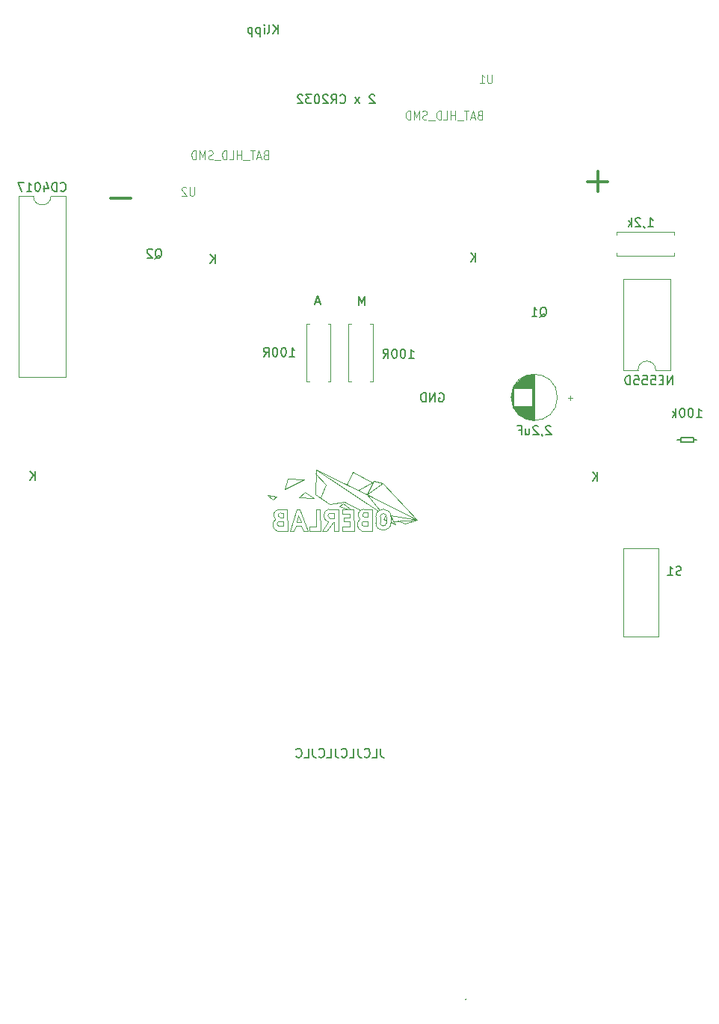
<source format=gbr>
%TF.GenerationSoftware,KiCad,Pcbnew,7.0.8*%
%TF.CreationDate,2024-08-08T21:43:19+02:00*%
%TF.ProjectId,Smiley V8,536d696c-6579-4205-9638-2e6b69636164,rev?*%
%TF.SameCoordinates,Original*%
%TF.FileFunction,Legend,Bot*%
%TF.FilePolarity,Positive*%
%FSLAX46Y46*%
G04 Gerber Fmt 4.6, Leading zero omitted, Abs format (unit mm)*
G04 Created by KiCad (PCBNEW 7.0.8) date 2024-08-08 21:43:19*
%MOMM*%
%LPD*%
G01*
G04 APERTURE LIST*
%ADD10C,0.150000*%
%ADD11C,0.300000*%
%ADD12C,0.050000*%
%ADD13C,0.120000*%
%ADD14C,0.010000*%
G04 APERTURE END LIST*
D10*
X117290000Y-98740000D02*
X117290000Y-99280000D01*
X117290000Y-99280000D02*
X118760000Y-99270000D01*
X118750000Y-99005000D02*
X119100000Y-99000000D01*
X117290000Y-98740000D02*
X118740000Y-98740000D01*
X117290000Y-99010000D02*
X116930000Y-99000000D01*
X118740000Y-98740000D02*
X118760000Y-99270000D01*
X82607142Y-60025057D02*
X82559523Y-59977438D01*
X82559523Y-59977438D02*
X82464285Y-59929819D01*
X82464285Y-59929819D02*
X82226190Y-59929819D01*
X82226190Y-59929819D02*
X82130952Y-59977438D01*
X82130952Y-59977438D02*
X82083333Y-60025057D01*
X82083333Y-60025057D02*
X82035714Y-60120295D01*
X82035714Y-60120295D02*
X82035714Y-60215533D01*
X82035714Y-60215533D02*
X82083333Y-60358390D01*
X82083333Y-60358390D02*
X82654761Y-60929819D01*
X82654761Y-60929819D02*
X82035714Y-60929819D01*
X80940475Y-60929819D02*
X80416666Y-60263152D01*
X80940475Y-60263152D02*
X80416666Y-60929819D01*
X78702380Y-60834580D02*
X78749999Y-60882200D01*
X78749999Y-60882200D02*
X78892856Y-60929819D01*
X78892856Y-60929819D02*
X78988094Y-60929819D01*
X78988094Y-60929819D02*
X79130951Y-60882200D01*
X79130951Y-60882200D02*
X79226189Y-60786961D01*
X79226189Y-60786961D02*
X79273808Y-60691723D01*
X79273808Y-60691723D02*
X79321427Y-60501247D01*
X79321427Y-60501247D02*
X79321427Y-60358390D01*
X79321427Y-60358390D02*
X79273808Y-60167914D01*
X79273808Y-60167914D02*
X79226189Y-60072676D01*
X79226189Y-60072676D02*
X79130951Y-59977438D01*
X79130951Y-59977438D02*
X78988094Y-59929819D01*
X78988094Y-59929819D02*
X78892856Y-59929819D01*
X78892856Y-59929819D02*
X78749999Y-59977438D01*
X78749999Y-59977438D02*
X78702380Y-60025057D01*
X77702380Y-60929819D02*
X78035713Y-60453628D01*
X78273808Y-60929819D02*
X78273808Y-59929819D01*
X78273808Y-59929819D02*
X77892856Y-59929819D01*
X77892856Y-59929819D02*
X77797618Y-59977438D01*
X77797618Y-59977438D02*
X77749999Y-60025057D01*
X77749999Y-60025057D02*
X77702380Y-60120295D01*
X77702380Y-60120295D02*
X77702380Y-60263152D01*
X77702380Y-60263152D02*
X77749999Y-60358390D01*
X77749999Y-60358390D02*
X77797618Y-60406009D01*
X77797618Y-60406009D02*
X77892856Y-60453628D01*
X77892856Y-60453628D02*
X78273808Y-60453628D01*
X77321427Y-60025057D02*
X77273808Y-59977438D01*
X77273808Y-59977438D02*
X77178570Y-59929819D01*
X77178570Y-59929819D02*
X76940475Y-59929819D01*
X76940475Y-59929819D02*
X76845237Y-59977438D01*
X76845237Y-59977438D02*
X76797618Y-60025057D01*
X76797618Y-60025057D02*
X76749999Y-60120295D01*
X76749999Y-60120295D02*
X76749999Y-60215533D01*
X76749999Y-60215533D02*
X76797618Y-60358390D01*
X76797618Y-60358390D02*
X77369046Y-60929819D01*
X77369046Y-60929819D02*
X76749999Y-60929819D01*
X76130951Y-59929819D02*
X76035713Y-59929819D01*
X76035713Y-59929819D02*
X75940475Y-59977438D01*
X75940475Y-59977438D02*
X75892856Y-60025057D01*
X75892856Y-60025057D02*
X75845237Y-60120295D01*
X75845237Y-60120295D02*
X75797618Y-60310771D01*
X75797618Y-60310771D02*
X75797618Y-60548866D01*
X75797618Y-60548866D02*
X75845237Y-60739342D01*
X75845237Y-60739342D02*
X75892856Y-60834580D01*
X75892856Y-60834580D02*
X75940475Y-60882200D01*
X75940475Y-60882200D02*
X76035713Y-60929819D01*
X76035713Y-60929819D02*
X76130951Y-60929819D01*
X76130951Y-60929819D02*
X76226189Y-60882200D01*
X76226189Y-60882200D02*
X76273808Y-60834580D01*
X76273808Y-60834580D02*
X76321427Y-60739342D01*
X76321427Y-60739342D02*
X76369046Y-60548866D01*
X76369046Y-60548866D02*
X76369046Y-60310771D01*
X76369046Y-60310771D02*
X76321427Y-60120295D01*
X76321427Y-60120295D02*
X76273808Y-60025057D01*
X76273808Y-60025057D02*
X76226189Y-59977438D01*
X76226189Y-59977438D02*
X76130951Y-59929819D01*
X75464284Y-59929819D02*
X74845237Y-59929819D01*
X74845237Y-59929819D02*
X75178570Y-60310771D01*
X75178570Y-60310771D02*
X75035713Y-60310771D01*
X75035713Y-60310771D02*
X74940475Y-60358390D01*
X74940475Y-60358390D02*
X74892856Y-60406009D01*
X74892856Y-60406009D02*
X74845237Y-60501247D01*
X74845237Y-60501247D02*
X74845237Y-60739342D01*
X74845237Y-60739342D02*
X74892856Y-60834580D01*
X74892856Y-60834580D02*
X74940475Y-60882200D01*
X74940475Y-60882200D02*
X75035713Y-60929819D01*
X75035713Y-60929819D02*
X75321427Y-60929819D01*
X75321427Y-60929819D02*
X75416665Y-60882200D01*
X75416665Y-60882200D02*
X75464284Y-60834580D01*
X74464284Y-60025057D02*
X74416665Y-59977438D01*
X74416665Y-59977438D02*
X74321427Y-59929819D01*
X74321427Y-59929819D02*
X74083332Y-59929819D01*
X74083332Y-59929819D02*
X73988094Y-59977438D01*
X73988094Y-59977438D02*
X73940475Y-60025057D01*
X73940475Y-60025057D02*
X73892856Y-60120295D01*
X73892856Y-60120295D02*
X73892856Y-60215533D01*
X73892856Y-60215533D02*
X73940475Y-60358390D01*
X73940475Y-60358390D02*
X74511903Y-60929819D01*
X74511903Y-60929819D02*
X73892856Y-60929819D01*
X44161904Y-103554819D02*
X44161904Y-102554819D01*
X43590476Y-103554819D02*
X44019047Y-102983390D01*
X43590476Y-102554819D02*
X44161904Y-103126247D01*
X64561904Y-79054819D02*
X64561904Y-78054819D01*
X63990476Y-79054819D02*
X64419047Y-78483390D01*
X63990476Y-78054819D02*
X64561904Y-78626247D01*
X107861904Y-103654819D02*
X107861904Y-102654819D01*
X107290476Y-103654819D02*
X107719047Y-103083390D01*
X107290476Y-102654819D02*
X107861904Y-103226247D01*
X81508332Y-83779819D02*
X81508332Y-82779819D01*
X81508332Y-82779819D02*
X81174999Y-83494104D01*
X81174999Y-83494104D02*
X80841666Y-82779819D01*
X80841666Y-82779819D02*
X80841666Y-83779819D01*
X89936904Y-93752438D02*
X90032142Y-93704819D01*
X90032142Y-93704819D02*
X90174999Y-93704819D01*
X90174999Y-93704819D02*
X90317856Y-93752438D01*
X90317856Y-93752438D02*
X90413094Y-93847676D01*
X90413094Y-93847676D02*
X90460713Y-93942914D01*
X90460713Y-93942914D02*
X90508332Y-94133390D01*
X90508332Y-94133390D02*
X90508332Y-94276247D01*
X90508332Y-94276247D02*
X90460713Y-94466723D01*
X90460713Y-94466723D02*
X90413094Y-94561961D01*
X90413094Y-94561961D02*
X90317856Y-94657200D01*
X90317856Y-94657200D02*
X90174999Y-94704819D01*
X90174999Y-94704819D02*
X90079761Y-94704819D01*
X90079761Y-94704819D02*
X89936904Y-94657200D01*
X89936904Y-94657200D02*
X89889285Y-94609580D01*
X89889285Y-94609580D02*
X89889285Y-94276247D01*
X89889285Y-94276247D02*
X90079761Y-94276247D01*
X89460713Y-94704819D02*
X89460713Y-93704819D01*
X89460713Y-93704819D02*
X88889285Y-94704819D01*
X88889285Y-94704819D02*
X88889285Y-93704819D01*
X88413094Y-94704819D02*
X88413094Y-93704819D01*
X88413094Y-93704819D02*
X88174999Y-93704819D01*
X88174999Y-93704819D02*
X88032142Y-93752438D01*
X88032142Y-93752438D02*
X87936904Y-93847676D01*
X87936904Y-93847676D02*
X87889285Y-93942914D01*
X87889285Y-93942914D02*
X87841666Y-94133390D01*
X87841666Y-94133390D02*
X87841666Y-94276247D01*
X87841666Y-94276247D02*
X87889285Y-94466723D01*
X87889285Y-94466723D02*
X87936904Y-94561961D01*
X87936904Y-94561961D02*
X88032142Y-94657200D01*
X88032142Y-94657200D02*
X88174999Y-94704819D01*
X88174999Y-94704819D02*
X88413094Y-94704819D01*
X76413094Y-83419104D02*
X75936904Y-83419104D01*
X76508332Y-83704819D02*
X76174999Y-82704819D01*
X76174999Y-82704819D02*
X75841666Y-83704819D01*
X57745238Y-78500057D02*
X57840476Y-78452438D01*
X57840476Y-78452438D02*
X57935714Y-78357200D01*
X57935714Y-78357200D02*
X58078571Y-78214342D01*
X58078571Y-78214342D02*
X58173809Y-78166723D01*
X58173809Y-78166723D02*
X58269047Y-78166723D01*
X58221428Y-78404819D02*
X58316666Y-78357200D01*
X58316666Y-78357200D02*
X58411904Y-78261961D01*
X58411904Y-78261961D02*
X58459523Y-78071485D01*
X58459523Y-78071485D02*
X58459523Y-77738152D01*
X58459523Y-77738152D02*
X58411904Y-77547676D01*
X58411904Y-77547676D02*
X58316666Y-77452438D01*
X58316666Y-77452438D02*
X58221428Y-77404819D01*
X58221428Y-77404819D02*
X58030952Y-77404819D01*
X58030952Y-77404819D02*
X57935714Y-77452438D01*
X57935714Y-77452438D02*
X57840476Y-77547676D01*
X57840476Y-77547676D02*
X57792857Y-77738152D01*
X57792857Y-77738152D02*
X57792857Y-78071485D01*
X57792857Y-78071485D02*
X57840476Y-78261961D01*
X57840476Y-78261961D02*
X57935714Y-78357200D01*
X57935714Y-78357200D02*
X58030952Y-78404819D01*
X58030952Y-78404819D02*
X58221428Y-78404819D01*
X57411904Y-77500057D02*
X57364285Y-77452438D01*
X57364285Y-77452438D02*
X57269047Y-77404819D01*
X57269047Y-77404819D02*
X57030952Y-77404819D01*
X57030952Y-77404819D02*
X56935714Y-77452438D01*
X56935714Y-77452438D02*
X56888095Y-77500057D01*
X56888095Y-77500057D02*
X56840476Y-77595295D01*
X56840476Y-77595295D02*
X56840476Y-77690533D01*
X56840476Y-77690533D02*
X56888095Y-77833390D01*
X56888095Y-77833390D02*
X57459523Y-78404819D01*
X57459523Y-78404819D02*
X56840476Y-78404819D01*
D11*
X109038346Y-69774400D02*
X106752632Y-69774400D01*
X107895489Y-70917257D02*
X107895489Y-68631542D01*
D10*
X94061904Y-78854819D02*
X94061904Y-77854819D01*
X93490476Y-78854819D02*
X93919047Y-78283390D01*
X93490476Y-77854819D02*
X94061904Y-78426247D01*
D11*
X54978346Y-71654400D02*
X52692632Y-71654400D01*
D10*
X83317506Y-133959819D02*
X83317506Y-134674104D01*
X83317506Y-134674104D02*
X83365125Y-134816961D01*
X83365125Y-134816961D02*
X83460363Y-134912200D01*
X83460363Y-134912200D02*
X83603220Y-134959819D01*
X83603220Y-134959819D02*
X83698458Y-134959819D01*
X82365125Y-134959819D02*
X82841315Y-134959819D01*
X82841315Y-134959819D02*
X82841315Y-133959819D01*
X81460363Y-134864580D02*
X81507982Y-134912200D01*
X81507982Y-134912200D02*
X81650839Y-134959819D01*
X81650839Y-134959819D02*
X81746077Y-134959819D01*
X81746077Y-134959819D02*
X81888934Y-134912200D01*
X81888934Y-134912200D02*
X81984172Y-134816961D01*
X81984172Y-134816961D02*
X82031791Y-134721723D01*
X82031791Y-134721723D02*
X82079410Y-134531247D01*
X82079410Y-134531247D02*
X82079410Y-134388390D01*
X82079410Y-134388390D02*
X82031791Y-134197914D01*
X82031791Y-134197914D02*
X81984172Y-134102676D01*
X81984172Y-134102676D02*
X81888934Y-134007438D01*
X81888934Y-134007438D02*
X81746077Y-133959819D01*
X81746077Y-133959819D02*
X81650839Y-133959819D01*
X81650839Y-133959819D02*
X81507982Y-134007438D01*
X81507982Y-134007438D02*
X81460363Y-134055057D01*
X80746077Y-133959819D02*
X80746077Y-134674104D01*
X80746077Y-134674104D02*
X80793696Y-134816961D01*
X80793696Y-134816961D02*
X80888934Y-134912200D01*
X80888934Y-134912200D02*
X81031791Y-134959819D01*
X81031791Y-134959819D02*
X81127029Y-134959819D01*
X79793696Y-134959819D02*
X80269886Y-134959819D01*
X80269886Y-134959819D02*
X80269886Y-133959819D01*
X78888934Y-134864580D02*
X78936553Y-134912200D01*
X78936553Y-134912200D02*
X79079410Y-134959819D01*
X79079410Y-134959819D02*
X79174648Y-134959819D01*
X79174648Y-134959819D02*
X79317505Y-134912200D01*
X79317505Y-134912200D02*
X79412743Y-134816961D01*
X79412743Y-134816961D02*
X79460362Y-134721723D01*
X79460362Y-134721723D02*
X79507981Y-134531247D01*
X79507981Y-134531247D02*
X79507981Y-134388390D01*
X79507981Y-134388390D02*
X79460362Y-134197914D01*
X79460362Y-134197914D02*
X79412743Y-134102676D01*
X79412743Y-134102676D02*
X79317505Y-134007438D01*
X79317505Y-134007438D02*
X79174648Y-133959819D01*
X79174648Y-133959819D02*
X79079410Y-133959819D01*
X79079410Y-133959819D02*
X78936553Y-134007438D01*
X78936553Y-134007438D02*
X78888934Y-134055057D01*
X78174648Y-133959819D02*
X78174648Y-134674104D01*
X78174648Y-134674104D02*
X78222267Y-134816961D01*
X78222267Y-134816961D02*
X78317505Y-134912200D01*
X78317505Y-134912200D02*
X78460362Y-134959819D01*
X78460362Y-134959819D02*
X78555600Y-134959819D01*
X77222267Y-134959819D02*
X77698457Y-134959819D01*
X77698457Y-134959819D02*
X77698457Y-133959819D01*
X76317505Y-134864580D02*
X76365124Y-134912200D01*
X76365124Y-134912200D02*
X76507981Y-134959819D01*
X76507981Y-134959819D02*
X76603219Y-134959819D01*
X76603219Y-134959819D02*
X76746076Y-134912200D01*
X76746076Y-134912200D02*
X76841314Y-134816961D01*
X76841314Y-134816961D02*
X76888933Y-134721723D01*
X76888933Y-134721723D02*
X76936552Y-134531247D01*
X76936552Y-134531247D02*
X76936552Y-134388390D01*
X76936552Y-134388390D02*
X76888933Y-134197914D01*
X76888933Y-134197914D02*
X76841314Y-134102676D01*
X76841314Y-134102676D02*
X76746076Y-134007438D01*
X76746076Y-134007438D02*
X76603219Y-133959819D01*
X76603219Y-133959819D02*
X76507981Y-133959819D01*
X76507981Y-133959819D02*
X76365124Y-134007438D01*
X76365124Y-134007438D02*
X76317505Y-134055057D01*
X75603219Y-133959819D02*
X75603219Y-134674104D01*
X75603219Y-134674104D02*
X75650838Y-134816961D01*
X75650838Y-134816961D02*
X75746076Y-134912200D01*
X75746076Y-134912200D02*
X75888933Y-134959819D01*
X75888933Y-134959819D02*
X75984171Y-134959819D01*
X74650838Y-134959819D02*
X75127028Y-134959819D01*
X75127028Y-134959819D02*
X75127028Y-133959819D01*
X73746076Y-134864580D02*
X73793695Y-134912200D01*
X73793695Y-134912200D02*
X73936552Y-134959819D01*
X73936552Y-134959819D02*
X74031790Y-134959819D01*
X74031790Y-134959819D02*
X74174647Y-134912200D01*
X74174647Y-134912200D02*
X74269885Y-134816961D01*
X74269885Y-134816961D02*
X74317504Y-134721723D01*
X74317504Y-134721723D02*
X74365123Y-134531247D01*
X74365123Y-134531247D02*
X74365123Y-134388390D01*
X74365123Y-134388390D02*
X74317504Y-134197914D01*
X74317504Y-134197914D02*
X74269885Y-134102676D01*
X74269885Y-134102676D02*
X74174647Y-134007438D01*
X74174647Y-134007438D02*
X74031790Y-133959819D01*
X74031790Y-133959819D02*
X73936552Y-133959819D01*
X73936552Y-133959819D02*
X73793695Y-134007438D01*
X73793695Y-134007438D02*
X73746076Y-134055057D01*
X102580951Y-97500057D02*
X102533332Y-97452438D01*
X102533332Y-97452438D02*
X102438094Y-97404819D01*
X102438094Y-97404819D02*
X102199999Y-97404819D01*
X102199999Y-97404819D02*
X102104761Y-97452438D01*
X102104761Y-97452438D02*
X102057142Y-97500057D01*
X102057142Y-97500057D02*
X102009523Y-97595295D01*
X102009523Y-97595295D02*
X102009523Y-97690533D01*
X102009523Y-97690533D02*
X102057142Y-97833390D01*
X102057142Y-97833390D02*
X102628570Y-98404819D01*
X102628570Y-98404819D02*
X102009523Y-98404819D01*
X101533332Y-98357200D02*
X101533332Y-98404819D01*
X101533332Y-98404819D02*
X101580951Y-98500057D01*
X101580951Y-98500057D02*
X101628570Y-98547676D01*
X101152380Y-97500057D02*
X101104761Y-97452438D01*
X101104761Y-97452438D02*
X101009523Y-97404819D01*
X101009523Y-97404819D02*
X100771428Y-97404819D01*
X100771428Y-97404819D02*
X100676190Y-97452438D01*
X100676190Y-97452438D02*
X100628571Y-97500057D01*
X100628571Y-97500057D02*
X100580952Y-97595295D01*
X100580952Y-97595295D02*
X100580952Y-97690533D01*
X100580952Y-97690533D02*
X100628571Y-97833390D01*
X100628571Y-97833390D02*
X101199999Y-98404819D01*
X101199999Y-98404819D02*
X100580952Y-98404819D01*
X99723809Y-97738152D02*
X99723809Y-98404819D01*
X100152380Y-97738152D02*
X100152380Y-98261961D01*
X100152380Y-98261961D02*
X100104761Y-98357200D01*
X100104761Y-98357200D02*
X100009523Y-98404819D01*
X100009523Y-98404819D02*
X99866666Y-98404819D01*
X99866666Y-98404819D02*
X99771428Y-98357200D01*
X99771428Y-98357200D02*
X99723809Y-98309580D01*
X98914285Y-97881009D02*
X99247618Y-97881009D01*
X99247618Y-98404819D02*
X99247618Y-97404819D01*
X99247618Y-97404819D02*
X98771428Y-97404819D01*
X116366666Y-92754819D02*
X116366666Y-91754819D01*
X116366666Y-91754819D02*
X115795238Y-92754819D01*
X115795238Y-92754819D02*
X115795238Y-91754819D01*
X115319047Y-92231009D02*
X114985714Y-92231009D01*
X114842857Y-92754819D02*
X115319047Y-92754819D01*
X115319047Y-92754819D02*
X115319047Y-91754819D01*
X115319047Y-91754819D02*
X114842857Y-91754819D01*
X113938095Y-91754819D02*
X114414285Y-91754819D01*
X114414285Y-91754819D02*
X114461904Y-92231009D01*
X114461904Y-92231009D02*
X114414285Y-92183390D01*
X114414285Y-92183390D02*
X114319047Y-92135771D01*
X114319047Y-92135771D02*
X114080952Y-92135771D01*
X114080952Y-92135771D02*
X113985714Y-92183390D01*
X113985714Y-92183390D02*
X113938095Y-92231009D01*
X113938095Y-92231009D02*
X113890476Y-92326247D01*
X113890476Y-92326247D02*
X113890476Y-92564342D01*
X113890476Y-92564342D02*
X113938095Y-92659580D01*
X113938095Y-92659580D02*
X113985714Y-92707200D01*
X113985714Y-92707200D02*
X114080952Y-92754819D01*
X114080952Y-92754819D02*
X114319047Y-92754819D01*
X114319047Y-92754819D02*
X114414285Y-92707200D01*
X114414285Y-92707200D02*
X114461904Y-92659580D01*
X112985714Y-91754819D02*
X113461904Y-91754819D01*
X113461904Y-91754819D02*
X113509523Y-92231009D01*
X113509523Y-92231009D02*
X113461904Y-92183390D01*
X113461904Y-92183390D02*
X113366666Y-92135771D01*
X113366666Y-92135771D02*
X113128571Y-92135771D01*
X113128571Y-92135771D02*
X113033333Y-92183390D01*
X113033333Y-92183390D02*
X112985714Y-92231009D01*
X112985714Y-92231009D02*
X112938095Y-92326247D01*
X112938095Y-92326247D02*
X112938095Y-92564342D01*
X112938095Y-92564342D02*
X112985714Y-92659580D01*
X112985714Y-92659580D02*
X113033333Y-92707200D01*
X113033333Y-92707200D02*
X113128571Y-92754819D01*
X113128571Y-92754819D02*
X113366666Y-92754819D01*
X113366666Y-92754819D02*
X113461904Y-92707200D01*
X113461904Y-92707200D02*
X113509523Y-92659580D01*
X112033333Y-91754819D02*
X112509523Y-91754819D01*
X112509523Y-91754819D02*
X112557142Y-92231009D01*
X112557142Y-92231009D02*
X112509523Y-92183390D01*
X112509523Y-92183390D02*
X112414285Y-92135771D01*
X112414285Y-92135771D02*
X112176190Y-92135771D01*
X112176190Y-92135771D02*
X112080952Y-92183390D01*
X112080952Y-92183390D02*
X112033333Y-92231009D01*
X112033333Y-92231009D02*
X111985714Y-92326247D01*
X111985714Y-92326247D02*
X111985714Y-92564342D01*
X111985714Y-92564342D02*
X112033333Y-92659580D01*
X112033333Y-92659580D02*
X112080952Y-92707200D01*
X112080952Y-92707200D02*
X112176190Y-92754819D01*
X112176190Y-92754819D02*
X112414285Y-92754819D01*
X112414285Y-92754819D02*
X112509523Y-92707200D01*
X112509523Y-92707200D02*
X112557142Y-92659580D01*
X111557142Y-92754819D02*
X111557142Y-91754819D01*
X111557142Y-91754819D02*
X111319047Y-91754819D01*
X111319047Y-91754819D02*
X111176190Y-91802438D01*
X111176190Y-91802438D02*
X111080952Y-91897676D01*
X111080952Y-91897676D02*
X111033333Y-91992914D01*
X111033333Y-91992914D02*
X110985714Y-92183390D01*
X110985714Y-92183390D02*
X110985714Y-92326247D01*
X110985714Y-92326247D02*
X111033333Y-92516723D01*
X111033333Y-92516723D02*
X111080952Y-92611961D01*
X111080952Y-92611961D02*
X111176190Y-92707200D01*
X111176190Y-92707200D02*
X111319047Y-92754819D01*
X111319047Y-92754819D02*
X111557142Y-92754819D01*
D12*
X62170714Y-70399019D02*
X62170714Y-71208542D01*
X62170714Y-71208542D02*
X62127857Y-71303780D01*
X62127857Y-71303780D02*
X62085000Y-71351400D01*
X62085000Y-71351400D02*
X61999285Y-71399019D01*
X61999285Y-71399019D02*
X61827857Y-71399019D01*
X61827857Y-71399019D02*
X61742142Y-71351400D01*
X61742142Y-71351400D02*
X61699285Y-71303780D01*
X61699285Y-71303780D02*
X61656428Y-71208542D01*
X61656428Y-71208542D02*
X61656428Y-70399019D01*
X61270714Y-70494257D02*
X61227857Y-70446638D01*
X61227857Y-70446638D02*
X61142143Y-70399019D01*
X61142143Y-70399019D02*
X60927857Y-70399019D01*
X60927857Y-70399019D02*
X60842143Y-70446638D01*
X60842143Y-70446638D02*
X60799285Y-70494257D01*
X60799285Y-70494257D02*
X60756428Y-70589495D01*
X60756428Y-70589495D02*
X60756428Y-70684733D01*
X60756428Y-70684733D02*
X60799285Y-70827590D01*
X60799285Y-70827590D02*
X61313571Y-71399019D01*
X61313571Y-71399019D02*
X60756428Y-71399019D01*
X70263570Y-66755209D02*
X70134998Y-66802828D01*
X70134998Y-66802828D02*
X70092141Y-66850447D01*
X70092141Y-66850447D02*
X70049284Y-66945685D01*
X70049284Y-66945685D02*
X70049284Y-67088542D01*
X70049284Y-67088542D02*
X70092141Y-67183780D01*
X70092141Y-67183780D02*
X70134998Y-67231400D01*
X70134998Y-67231400D02*
X70220713Y-67279019D01*
X70220713Y-67279019D02*
X70563570Y-67279019D01*
X70563570Y-67279019D02*
X70563570Y-66279019D01*
X70563570Y-66279019D02*
X70263570Y-66279019D01*
X70263570Y-66279019D02*
X70177856Y-66326638D01*
X70177856Y-66326638D02*
X70134998Y-66374257D01*
X70134998Y-66374257D02*
X70092141Y-66469495D01*
X70092141Y-66469495D02*
X70092141Y-66564733D01*
X70092141Y-66564733D02*
X70134998Y-66659971D01*
X70134998Y-66659971D02*
X70177856Y-66707590D01*
X70177856Y-66707590D02*
X70263570Y-66755209D01*
X70263570Y-66755209D02*
X70563570Y-66755209D01*
X69706427Y-66993304D02*
X69277856Y-66993304D01*
X69792141Y-67279019D02*
X69492141Y-66279019D01*
X69492141Y-66279019D02*
X69192141Y-67279019D01*
X69020712Y-66279019D02*
X68506427Y-66279019D01*
X68763569Y-67279019D02*
X68763569Y-66279019D01*
X68420713Y-67374257D02*
X67734998Y-67374257D01*
X67520713Y-67279019D02*
X67520713Y-66279019D01*
X67520713Y-66755209D02*
X67006427Y-66755209D01*
X67006427Y-67279019D02*
X67006427Y-66279019D01*
X66149284Y-67279019D02*
X66577856Y-67279019D01*
X66577856Y-67279019D02*
X66577856Y-66279019D01*
X65849285Y-67279019D02*
X65849285Y-66279019D01*
X65849285Y-66279019D02*
X65634999Y-66279019D01*
X65634999Y-66279019D02*
X65506428Y-66326638D01*
X65506428Y-66326638D02*
X65420713Y-66421876D01*
X65420713Y-66421876D02*
X65377856Y-66517114D01*
X65377856Y-66517114D02*
X65334999Y-66707590D01*
X65334999Y-66707590D02*
X65334999Y-66850447D01*
X65334999Y-66850447D02*
X65377856Y-67040923D01*
X65377856Y-67040923D02*
X65420713Y-67136161D01*
X65420713Y-67136161D02*
X65506428Y-67231400D01*
X65506428Y-67231400D02*
X65634999Y-67279019D01*
X65634999Y-67279019D02*
X65849285Y-67279019D01*
X65163571Y-67374257D02*
X64477856Y-67374257D01*
X64306428Y-67231400D02*
X64177857Y-67279019D01*
X64177857Y-67279019D02*
X63963571Y-67279019D01*
X63963571Y-67279019D02*
X63877857Y-67231400D01*
X63877857Y-67231400D02*
X63834999Y-67183780D01*
X63834999Y-67183780D02*
X63792142Y-67088542D01*
X63792142Y-67088542D02*
X63792142Y-66993304D01*
X63792142Y-66993304D02*
X63834999Y-66898066D01*
X63834999Y-66898066D02*
X63877857Y-66850447D01*
X63877857Y-66850447D02*
X63963571Y-66802828D01*
X63963571Y-66802828D02*
X64134999Y-66755209D01*
X64134999Y-66755209D02*
X64220714Y-66707590D01*
X64220714Y-66707590D02*
X64263571Y-66659971D01*
X64263571Y-66659971D02*
X64306428Y-66564733D01*
X64306428Y-66564733D02*
X64306428Y-66469495D01*
X64306428Y-66469495D02*
X64263571Y-66374257D01*
X64263571Y-66374257D02*
X64220714Y-66326638D01*
X64220714Y-66326638D02*
X64134999Y-66279019D01*
X64134999Y-66279019D02*
X63920714Y-66279019D01*
X63920714Y-66279019D02*
X63792142Y-66326638D01*
X63406428Y-67279019D02*
X63406428Y-66279019D01*
X63406428Y-66279019D02*
X63106428Y-66993304D01*
X63106428Y-66993304D02*
X62806428Y-66279019D01*
X62806428Y-66279019D02*
X62806428Y-67279019D01*
X62377857Y-67279019D02*
X62377857Y-66279019D01*
X62377857Y-66279019D02*
X62163571Y-66279019D01*
X62163571Y-66279019D02*
X62035000Y-66326638D01*
X62035000Y-66326638D02*
X61949285Y-66421876D01*
X61949285Y-66421876D02*
X61906428Y-66517114D01*
X61906428Y-66517114D02*
X61863571Y-66707590D01*
X61863571Y-66707590D02*
X61863571Y-66850447D01*
X61863571Y-66850447D02*
X61906428Y-67040923D01*
X61906428Y-67040923D02*
X61949285Y-67136161D01*
X61949285Y-67136161D02*
X62035000Y-67231400D01*
X62035000Y-67231400D02*
X62163571Y-67279019D01*
X62163571Y-67279019D02*
X62377857Y-67279019D01*
X95925714Y-57652019D02*
X95925714Y-58461542D01*
X95925714Y-58461542D02*
X95882857Y-58556780D01*
X95882857Y-58556780D02*
X95840000Y-58604400D01*
X95840000Y-58604400D02*
X95754285Y-58652019D01*
X95754285Y-58652019D02*
X95582857Y-58652019D01*
X95582857Y-58652019D02*
X95497142Y-58604400D01*
X95497142Y-58604400D02*
X95454285Y-58556780D01*
X95454285Y-58556780D02*
X95411428Y-58461542D01*
X95411428Y-58461542D02*
X95411428Y-57652019D01*
X94511428Y-58652019D02*
X95025714Y-58652019D01*
X94768571Y-58652019D02*
X94768571Y-57652019D01*
X94768571Y-57652019D02*
X94854285Y-57794876D01*
X94854285Y-57794876D02*
X94940000Y-57890114D01*
X94940000Y-57890114D02*
X95025714Y-57937733D01*
X94518570Y-62248209D02*
X94389998Y-62295828D01*
X94389998Y-62295828D02*
X94347141Y-62343447D01*
X94347141Y-62343447D02*
X94304284Y-62438685D01*
X94304284Y-62438685D02*
X94304284Y-62581542D01*
X94304284Y-62581542D02*
X94347141Y-62676780D01*
X94347141Y-62676780D02*
X94389998Y-62724400D01*
X94389998Y-62724400D02*
X94475713Y-62772019D01*
X94475713Y-62772019D02*
X94818570Y-62772019D01*
X94818570Y-62772019D02*
X94818570Y-61772019D01*
X94818570Y-61772019D02*
X94518570Y-61772019D01*
X94518570Y-61772019D02*
X94432856Y-61819638D01*
X94432856Y-61819638D02*
X94389998Y-61867257D01*
X94389998Y-61867257D02*
X94347141Y-61962495D01*
X94347141Y-61962495D02*
X94347141Y-62057733D01*
X94347141Y-62057733D02*
X94389998Y-62152971D01*
X94389998Y-62152971D02*
X94432856Y-62200590D01*
X94432856Y-62200590D02*
X94518570Y-62248209D01*
X94518570Y-62248209D02*
X94818570Y-62248209D01*
X93961427Y-62486304D02*
X93532856Y-62486304D01*
X94047141Y-62772019D02*
X93747141Y-61772019D01*
X93747141Y-61772019D02*
X93447141Y-62772019D01*
X93275712Y-61772019D02*
X92761427Y-61772019D01*
X93018569Y-62772019D02*
X93018569Y-61772019D01*
X92675713Y-62867257D02*
X91989998Y-62867257D01*
X91775713Y-62772019D02*
X91775713Y-61772019D01*
X91775713Y-62248209D02*
X91261427Y-62248209D01*
X91261427Y-62772019D02*
X91261427Y-61772019D01*
X90404284Y-62772019D02*
X90832856Y-62772019D01*
X90832856Y-62772019D02*
X90832856Y-61772019D01*
X90104285Y-62772019D02*
X90104285Y-61772019D01*
X90104285Y-61772019D02*
X89889999Y-61772019D01*
X89889999Y-61772019D02*
X89761428Y-61819638D01*
X89761428Y-61819638D02*
X89675713Y-61914876D01*
X89675713Y-61914876D02*
X89632856Y-62010114D01*
X89632856Y-62010114D02*
X89589999Y-62200590D01*
X89589999Y-62200590D02*
X89589999Y-62343447D01*
X89589999Y-62343447D02*
X89632856Y-62533923D01*
X89632856Y-62533923D02*
X89675713Y-62629161D01*
X89675713Y-62629161D02*
X89761428Y-62724400D01*
X89761428Y-62724400D02*
X89889999Y-62772019D01*
X89889999Y-62772019D02*
X90104285Y-62772019D01*
X89418571Y-62867257D02*
X88732856Y-62867257D01*
X88561428Y-62724400D02*
X88432857Y-62772019D01*
X88432857Y-62772019D02*
X88218571Y-62772019D01*
X88218571Y-62772019D02*
X88132857Y-62724400D01*
X88132857Y-62724400D02*
X88089999Y-62676780D01*
X88089999Y-62676780D02*
X88047142Y-62581542D01*
X88047142Y-62581542D02*
X88047142Y-62486304D01*
X88047142Y-62486304D02*
X88089999Y-62391066D01*
X88089999Y-62391066D02*
X88132857Y-62343447D01*
X88132857Y-62343447D02*
X88218571Y-62295828D01*
X88218571Y-62295828D02*
X88389999Y-62248209D01*
X88389999Y-62248209D02*
X88475714Y-62200590D01*
X88475714Y-62200590D02*
X88518571Y-62152971D01*
X88518571Y-62152971D02*
X88561428Y-62057733D01*
X88561428Y-62057733D02*
X88561428Y-61962495D01*
X88561428Y-61962495D02*
X88518571Y-61867257D01*
X88518571Y-61867257D02*
X88475714Y-61819638D01*
X88475714Y-61819638D02*
X88389999Y-61772019D01*
X88389999Y-61772019D02*
X88175714Y-61772019D01*
X88175714Y-61772019D02*
X88047142Y-61819638D01*
X87661428Y-62772019D02*
X87661428Y-61772019D01*
X87661428Y-61772019D02*
X87361428Y-62486304D01*
X87361428Y-62486304D02*
X87061428Y-61772019D01*
X87061428Y-61772019D02*
X87061428Y-62772019D01*
X86632857Y-62772019D02*
X86632857Y-61772019D01*
X86632857Y-61772019D02*
X86418571Y-61772019D01*
X86418571Y-61772019D02*
X86290000Y-61819638D01*
X86290000Y-61819638D02*
X86204285Y-61914876D01*
X86204285Y-61914876D02*
X86161428Y-62010114D01*
X86161428Y-62010114D02*
X86118571Y-62200590D01*
X86118571Y-62200590D02*
X86118571Y-62343447D01*
X86118571Y-62343447D02*
X86161428Y-62533923D01*
X86161428Y-62533923D02*
X86204285Y-62629161D01*
X86204285Y-62629161D02*
X86290000Y-62724400D01*
X86290000Y-62724400D02*
X86418571Y-62772019D01*
X86418571Y-62772019D02*
X86632857Y-62772019D01*
D10*
X117336904Y-114282200D02*
X117194047Y-114329819D01*
X117194047Y-114329819D02*
X116955952Y-114329819D01*
X116955952Y-114329819D02*
X116860714Y-114282200D01*
X116860714Y-114282200D02*
X116813095Y-114234580D01*
X116813095Y-114234580D02*
X116765476Y-114139342D01*
X116765476Y-114139342D02*
X116765476Y-114044104D01*
X116765476Y-114044104D02*
X116813095Y-113948866D01*
X116813095Y-113948866D02*
X116860714Y-113901247D01*
X116860714Y-113901247D02*
X116955952Y-113853628D01*
X116955952Y-113853628D02*
X117146428Y-113806009D01*
X117146428Y-113806009D02*
X117241666Y-113758390D01*
X117241666Y-113758390D02*
X117289285Y-113710771D01*
X117289285Y-113710771D02*
X117336904Y-113615533D01*
X117336904Y-113615533D02*
X117336904Y-113520295D01*
X117336904Y-113520295D02*
X117289285Y-113425057D01*
X117289285Y-113425057D02*
X117241666Y-113377438D01*
X117241666Y-113377438D02*
X117146428Y-113329819D01*
X117146428Y-113329819D02*
X116908333Y-113329819D01*
X116908333Y-113329819D02*
X116765476Y-113377438D01*
X115813095Y-114329819D02*
X116384523Y-114329819D01*
X116098809Y-114329819D02*
X116098809Y-113329819D01*
X116098809Y-113329819D02*
X116194047Y-113472676D01*
X116194047Y-113472676D02*
X116289285Y-113567914D01*
X116289285Y-113567914D02*
X116384523Y-113615533D01*
X113588333Y-74879819D02*
X114159761Y-74879819D01*
X113874047Y-74879819D02*
X113874047Y-73879819D01*
X113874047Y-73879819D02*
X113969285Y-74022676D01*
X113969285Y-74022676D02*
X114064523Y-74117914D01*
X114064523Y-74117914D02*
X114159761Y-74165533D01*
X113112142Y-74832200D02*
X113112142Y-74879819D01*
X113112142Y-74879819D02*
X113159761Y-74975057D01*
X113159761Y-74975057D02*
X113207380Y-75022676D01*
X112731190Y-73975057D02*
X112683571Y-73927438D01*
X112683571Y-73927438D02*
X112588333Y-73879819D01*
X112588333Y-73879819D02*
X112350238Y-73879819D01*
X112350238Y-73879819D02*
X112255000Y-73927438D01*
X112255000Y-73927438D02*
X112207381Y-73975057D01*
X112207381Y-73975057D02*
X112159762Y-74070295D01*
X112159762Y-74070295D02*
X112159762Y-74165533D01*
X112159762Y-74165533D02*
X112207381Y-74308390D01*
X112207381Y-74308390D02*
X112778809Y-74879819D01*
X112778809Y-74879819D02*
X112159762Y-74879819D01*
X111731190Y-74879819D02*
X111731190Y-73879819D01*
X111635952Y-74498866D02*
X111350238Y-74879819D01*
X111350238Y-74213152D02*
X111731190Y-74594104D01*
X101345238Y-85100057D02*
X101440476Y-85052438D01*
X101440476Y-85052438D02*
X101535714Y-84957200D01*
X101535714Y-84957200D02*
X101678571Y-84814342D01*
X101678571Y-84814342D02*
X101773809Y-84766723D01*
X101773809Y-84766723D02*
X101869047Y-84766723D01*
X101821428Y-85004819D02*
X101916666Y-84957200D01*
X101916666Y-84957200D02*
X102011904Y-84861961D01*
X102011904Y-84861961D02*
X102059523Y-84671485D01*
X102059523Y-84671485D02*
X102059523Y-84338152D01*
X102059523Y-84338152D02*
X102011904Y-84147676D01*
X102011904Y-84147676D02*
X101916666Y-84052438D01*
X101916666Y-84052438D02*
X101821428Y-84004819D01*
X101821428Y-84004819D02*
X101630952Y-84004819D01*
X101630952Y-84004819D02*
X101535714Y-84052438D01*
X101535714Y-84052438D02*
X101440476Y-84147676D01*
X101440476Y-84147676D02*
X101392857Y-84338152D01*
X101392857Y-84338152D02*
X101392857Y-84671485D01*
X101392857Y-84671485D02*
X101440476Y-84861961D01*
X101440476Y-84861961D02*
X101535714Y-84957200D01*
X101535714Y-84957200D02*
X101630952Y-85004819D01*
X101630952Y-85004819D02*
X101821428Y-85004819D01*
X100440476Y-85004819D02*
X101011904Y-85004819D01*
X100726190Y-85004819D02*
X100726190Y-84004819D01*
X100726190Y-84004819D02*
X100821428Y-84147676D01*
X100821428Y-84147676D02*
X100916666Y-84242914D01*
X100916666Y-84242914D02*
X101011904Y-84290533D01*
X71641666Y-53004819D02*
X71641666Y-52004819D01*
X71070238Y-53004819D02*
X71498809Y-52433390D01*
X71070238Y-52004819D02*
X71641666Y-52576247D01*
X70498809Y-53004819D02*
X70594047Y-52957200D01*
X70594047Y-52957200D02*
X70641666Y-52861961D01*
X70641666Y-52861961D02*
X70641666Y-52004819D01*
X70117856Y-53004819D02*
X70117856Y-52338152D01*
X70117856Y-52004819D02*
X70165475Y-52052438D01*
X70165475Y-52052438D02*
X70117856Y-52100057D01*
X70117856Y-52100057D02*
X70070237Y-52052438D01*
X70070237Y-52052438D02*
X70117856Y-52004819D01*
X70117856Y-52004819D02*
X70117856Y-52100057D01*
X69641666Y-52338152D02*
X69641666Y-53338152D01*
X69641666Y-52385771D02*
X69546428Y-52338152D01*
X69546428Y-52338152D02*
X69355952Y-52338152D01*
X69355952Y-52338152D02*
X69260714Y-52385771D01*
X69260714Y-52385771D02*
X69213095Y-52433390D01*
X69213095Y-52433390D02*
X69165476Y-52528628D01*
X69165476Y-52528628D02*
X69165476Y-52814342D01*
X69165476Y-52814342D02*
X69213095Y-52909580D01*
X69213095Y-52909580D02*
X69260714Y-52957200D01*
X69260714Y-52957200D02*
X69355952Y-53004819D01*
X69355952Y-53004819D02*
X69546428Y-53004819D01*
X69546428Y-53004819D02*
X69641666Y-52957200D01*
X68736904Y-52338152D02*
X68736904Y-53338152D01*
X68736904Y-52385771D02*
X68641666Y-52338152D01*
X68641666Y-52338152D02*
X68451190Y-52338152D01*
X68451190Y-52338152D02*
X68355952Y-52385771D01*
X68355952Y-52385771D02*
X68308333Y-52433390D01*
X68308333Y-52433390D02*
X68260714Y-52528628D01*
X68260714Y-52528628D02*
X68260714Y-52814342D01*
X68260714Y-52814342D02*
X68308333Y-52909580D01*
X68308333Y-52909580D02*
X68355952Y-52957200D01*
X68355952Y-52957200D02*
X68451190Y-53004819D01*
X68451190Y-53004819D02*
X68641666Y-53004819D01*
X68641666Y-53004819D02*
X68736904Y-52957200D01*
X119086428Y-96439819D02*
X119657856Y-96439819D01*
X119372142Y-96439819D02*
X119372142Y-95439819D01*
X119372142Y-95439819D02*
X119467380Y-95582676D01*
X119467380Y-95582676D02*
X119562618Y-95677914D01*
X119562618Y-95677914D02*
X119657856Y-95725533D01*
X118467380Y-95439819D02*
X118372142Y-95439819D01*
X118372142Y-95439819D02*
X118276904Y-95487438D01*
X118276904Y-95487438D02*
X118229285Y-95535057D01*
X118229285Y-95535057D02*
X118181666Y-95630295D01*
X118181666Y-95630295D02*
X118134047Y-95820771D01*
X118134047Y-95820771D02*
X118134047Y-96058866D01*
X118134047Y-96058866D02*
X118181666Y-96249342D01*
X118181666Y-96249342D02*
X118229285Y-96344580D01*
X118229285Y-96344580D02*
X118276904Y-96392200D01*
X118276904Y-96392200D02*
X118372142Y-96439819D01*
X118372142Y-96439819D02*
X118467380Y-96439819D01*
X118467380Y-96439819D02*
X118562618Y-96392200D01*
X118562618Y-96392200D02*
X118610237Y-96344580D01*
X118610237Y-96344580D02*
X118657856Y-96249342D01*
X118657856Y-96249342D02*
X118705475Y-96058866D01*
X118705475Y-96058866D02*
X118705475Y-95820771D01*
X118705475Y-95820771D02*
X118657856Y-95630295D01*
X118657856Y-95630295D02*
X118610237Y-95535057D01*
X118610237Y-95535057D02*
X118562618Y-95487438D01*
X118562618Y-95487438D02*
X118467380Y-95439819D01*
X117514999Y-95439819D02*
X117419761Y-95439819D01*
X117419761Y-95439819D02*
X117324523Y-95487438D01*
X117324523Y-95487438D02*
X117276904Y-95535057D01*
X117276904Y-95535057D02*
X117229285Y-95630295D01*
X117229285Y-95630295D02*
X117181666Y-95820771D01*
X117181666Y-95820771D02*
X117181666Y-96058866D01*
X117181666Y-96058866D02*
X117229285Y-96249342D01*
X117229285Y-96249342D02*
X117276904Y-96344580D01*
X117276904Y-96344580D02*
X117324523Y-96392200D01*
X117324523Y-96392200D02*
X117419761Y-96439819D01*
X117419761Y-96439819D02*
X117514999Y-96439819D01*
X117514999Y-96439819D02*
X117610237Y-96392200D01*
X117610237Y-96392200D02*
X117657856Y-96344580D01*
X117657856Y-96344580D02*
X117705475Y-96249342D01*
X117705475Y-96249342D02*
X117753094Y-96058866D01*
X117753094Y-96058866D02*
X117753094Y-95820771D01*
X117753094Y-95820771D02*
X117705475Y-95630295D01*
X117705475Y-95630295D02*
X117657856Y-95535057D01*
X117657856Y-95535057D02*
X117610237Y-95487438D01*
X117610237Y-95487438D02*
X117514999Y-95439819D01*
X116753094Y-96439819D02*
X116753094Y-95439819D01*
X116657856Y-96058866D02*
X116372142Y-96439819D01*
X116372142Y-95773152D02*
X116753094Y-96154104D01*
X72966666Y-89579819D02*
X73538094Y-89579819D01*
X73252380Y-89579819D02*
X73252380Y-88579819D01*
X73252380Y-88579819D02*
X73347618Y-88722676D01*
X73347618Y-88722676D02*
X73442856Y-88817914D01*
X73442856Y-88817914D02*
X73538094Y-88865533D01*
X72347618Y-88579819D02*
X72252380Y-88579819D01*
X72252380Y-88579819D02*
X72157142Y-88627438D01*
X72157142Y-88627438D02*
X72109523Y-88675057D01*
X72109523Y-88675057D02*
X72061904Y-88770295D01*
X72061904Y-88770295D02*
X72014285Y-88960771D01*
X72014285Y-88960771D02*
X72014285Y-89198866D01*
X72014285Y-89198866D02*
X72061904Y-89389342D01*
X72061904Y-89389342D02*
X72109523Y-89484580D01*
X72109523Y-89484580D02*
X72157142Y-89532200D01*
X72157142Y-89532200D02*
X72252380Y-89579819D01*
X72252380Y-89579819D02*
X72347618Y-89579819D01*
X72347618Y-89579819D02*
X72442856Y-89532200D01*
X72442856Y-89532200D02*
X72490475Y-89484580D01*
X72490475Y-89484580D02*
X72538094Y-89389342D01*
X72538094Y-89389342D02*
X72585713Y-89198866D01*
X72585713Y-89198866D02*
X72585713Y-88960771D01*
X72585713Y-88960771D02*
X72538094Y-88770295D01*
X72538094Y-88770295D02*
X72490475Y-88675057D01*
X72490475Y-88675057D02*
X72442856Y-88627438D01*
X72442856Y-88627438D02*
X72347618Y-88579819D01*
X71395237Y-88579819D02*
X71299999Y-88579819D01*
X71299999Y-88579819D02*
X71204761Y-88627438D01*
X71204761Y-88627438D02*
X71157142Y-88675057D01*
X71157142Y-88675057D02*
X71109523Y-88770295D01*
X71109523Y-88770295D02*
X71061904Y-88960771D01*
X71061904Y-88960771D02*
X71061904Y-89198866D01*
X71061904Y-89198866D02*
X71109523Y-89389342D01*
X71109523Y-89389342D02*
X71157142Y-89484580D01*
X71157142Y-89484580D02*
X71204761Y-89532200D01*
X71204761Y-89532200D02*
X71299999Y-89579819D01*
X71299999Y-89579819D02*
X71395237Y-89579819D01*
X71395237Y-89579819D02*
X71490475Y-89532200D01*
X71490475Y-89532200D02*
X71538094Y-89484580D01*
X71538094Y-89484580D02*
X71585713Y-89389342D01*
X71585713Y-89389342D02*
X71633332Y-89198866D01*
X71633332Y-89198866D02*
X71633332Y-88960771D01*
X71633332Y-88960771D02*
X71585713Y-88770295D01*
X71585713Y-88770295D02*
X71538094Y-88675057D01*
X71538094Y-88675057D02*
X71490475Y-88627438D01*
X71490475Y-88627438D02*
X71395237Y-88579819D01*
X70061904Y-89579819D02*
X70395237Y-89103628D01*
X70633332Y-89579819D02*
X70633332Y-88579819D01*
X70633332Y-88579819D02*
X70252380Y-88579819D01*
X70252380Y-88579819D02*
X70157142Y-88627438D01*
X70157142Y-88627438D02*
X70109523Y-88675057D01*
X70109523Y-88675057D02*
X70061904Y-88770295D01*
X70061904Y-88770295D02*
X70061904Y-88913152D01*
X70061904Y-88913152D02*
X70109523Y-89008390D01*
X70109523Y-89008390D02*
X70157142Y-89056009D01*
X70157142Y-89056009D02*
X70252380Y-89103628D01*
X70252380Y-89103628D02*
X70633332Y-89103628D01*
X47055238Y-70779580D02*
X47102857Y-70827200D01*
X47102857Y-70827200D02*
X47245714Y-70874819D01*
X47245714Y-70874819D02*
X47340952Y-70874819D01*
X47340952Y-70874819D02*
X47483809Y-70827200D01*
X47483809Y-70827200D02*
X47579047Y-70731961D01*
X47579047Y-70731961D02*
X47626666Y-70636723D01*
X47626666Y-70636723D02*
X47674285Y-70446247D01*
X47674285Y-70446247D02*
X47674285Y-70303390D01*
X47674285Y-70303390D02*
X47626666Y-70112914D01*
X47626666Y-70112914D02*
X47579047Y-70017676D01*
X47579047Y-70017676D02*
X47483809Y-69922438D01*
X47483809Y-69922438D02*
X47340952Y-69874819D01*
X47340952Y-69874819D02*
X47245714Y-69874819D01*
X47245714Y-69874819D02*
X47102857Y-69922438D01*
X47102857Y-69922438D02*
X47055238Y-69970057D01*
X46626666Y-70874819D02*
X46626666Y-69874819D01*
X46626666Y-69874819D02*
X46388571Y-69874819D01*
X46388571Y-69874819D02*
X46245714Y-69922438D01*
X46245714Y-69922438D02*
X46150476Y-70017676D01*
X46150476Y-70017676D02*
X46102857Y-70112914D01*
X46102857Y-70112914D02*
X46055238Y-70303390D01*
X46055238Y-70303390D02*
X46055238Y-70446247D01*
X46055238Y-70446247D02*
X46102857Y-70636723D01*
X46102857Y-70636723D02*
X46150476Y-70731961D01*
X46150476Y-70731961D02*
X46245714Y-70827200D01*
X46245714Y-70827200D02*
X46388571Y-70874819D01*
X46388571Y-70874819D02*
X46626666Y-70874819D01*
X45198095Y-70208152D02*
X45198095Y-70874819D01*
X45436190Y-69827200D02*
X45674285Y-70541485D01*
X45674285Y-70541485D02*
X45055238Y-70541485D01*
X44483809Y-69874819D02*
X44388571Y-69874819D01*
X44388571Y-69874819D02*
X44293333Y-69922438D01*
X44293333Y-69922438D02*
X44245714Y-69970057D01*
X44245714Y-69970057D02*
X44198095Y-70065295D01*
X44198095Y-70065295D02*
X44150476Y-70255771D01*
X44150476Y-70255771D02*
X44150476Y-70493866D01*
X44150476Y-70493866D02*
X44198095Y-70684342D01*
X44198095Y-70684342D02*
X44245714Y-70779580D01*
X44245714Y-70779580D02*
X44293333Y-70827200D01*
X44293333Y-70827200D02*
X44388571Y-70874819D01*
X44388571Y-70874819D02*
X44483809Y-70874819D01*
X44483809Y-70874819D02*
X44579047Y-70827200D01*
X44579047Y-70827200D02*
X44626666Y-70779580D01*
X44626666Y-70779580D02*
X44674285Y-70684342D01*
X44674285Y-70684342D02*
X44721904Y-70493866D01*
X44721904Y-70493866D02*
X44721904Y-70255771D01*
X44721904Y-70255771D02*
X44674285Y-70065295D01*
X44674285Y-70065295D02*
X44626666Y-69970057D01*
X44626666Y-69970057D02*
X44579047Y-69922438D01*
X44579047Y-69922438D02*
X44483809Y-69874819D01*
X43198095Y-70874819D02*
X43769523Y-70874819D01*
X43483809Y-70874819D02*
X43483809Y-69874819D01*
X43483809Y-69874819D02*
X43579047Y-70017676D01*
X43579047Y-70017676D02*
X43674285Y-70112914D01*
X43674285Y-70112914D02*
X43769523Y-70160533D01*
X42864761Y-69874819D02*
X42198095Y-69874819D01*
X42198095Y-69874819D02*
X42626666Y-70874819D01*
X86491666Y-89754819D02*
X87063094Y-89754819D01*
X86777380Y-89754819D02*
X86777380Y-88754819D01*
X86777380Y-88754819D02*
X86872618Y-88897676D01*
X86872618Y-88897676D02*
X86967856Y-88992914D01*
X86967856Y-88992914D02*
X87063094Y-89040533D01*
X85872618Y-88754819D02*
X85777380Y-88754819D01*
X85777380Y-88754819D02*
X85682142Y-88802438D01*
X85682142Y-88802438D02*
X85634523Y-88850057D01*
X85634523Y-88850057D02*
X85586904Y-88945295D01*
X85586904Y-88945295D02*
X85539285Y-89135771D01*
X85539285Y-89135771D02*
X85539285Y-89373866D01*
X85539285Y-89373866D02*
X85586904Y-89564342D01*
X85586904Y-89564342D02*
X85634523Y-89659580D01*
X85634523Y-89659580D02*
X85682142Y-89707200D01*
X85682142Y-89707200D02*
X85777380Y-89754819D01*
X85777380Y-89754819D02*
X85872618Y-89754819D01*
X85872618Y-89754819D02*
X85967856Y-89707200D01*
X85967856Y-89707200D02*
X86015475Y-89659580D01*
X86015475Y-89659580D02*
X86063094Y-89564342D01*
X86063094Y-89564342D02*
X86110713Y-89373866D01*
X86110713Y-89373866D02*
X86110713Y-89135771D01*
X86110713Y-89135771D02*
X86063094Y-88945295D01*
X86063094Y-88945295D02*
X86015475Y-88850057D01*
X86015475Y-88850057D02*
X85967856Y-88802438D01*
X85967856Y-88802438D02*
X85872618Y-88754819D01*
X84920237Y-88754819D02*
X84824999Y-88754819D01*
X84824999Y-88754819D02*
X84729761Y-88802438D01*
X84729761Y-88802438D02*
X84682142Y-88850057D01*
X84682142Y-88850057D02*
X84634523Y-88945295D01*
X84634523Y-88945295D02*
X84586904Y-89135771D01*
X84586904Y-89135771D02*
X84586904Y-89373866D01*
X84586904Y-89373866D02*
X84634523Y-89564342D01*
X84634523Y-89564342D02*
X84682142Y-89659580D01*
X84682142Y-89659580D02*
X84729761Y-89707200D01*
X84729761Y-89707200D02*
X84824999Y-89754819D01*
X84824999Y-89754819D02*
X84920237Y-89754819D01*
X84920237Y-89754819D02*
X85015475Y-89707200D01*
X85015475Y-89707200D02*
X85063094Y-89659580D01*
X85063094Y-89659580D02*
X85110713Y-89564342D01*
X85110713Y-89564342D02*
X85158332Y-89373866D01*
X85158332Y-89373866D02*
X85158332Y-89135771D01*
X85158332Y-89135771D02*
X85110713Y-88945295D01*
X85110713Y-88945295D02*
X85063094Y-88850057D01*
X85063094Y-88850057D02*
X85015475Y-88802438D01*
X85015475Y-88802438D02*
X84920237Y-88754819D01*
X83586904Y-89754819D02*
X83920237Y-89278628D01*
X84158332Y-89754819D02*
X84158332Y-88754819D01*
X84158332Y-88754819D02*
X83777380Y-88754819D01*
X83777380Y-88754819D02*
X83682142Y-88802438D01*
X83682142Y-88802438D02*
X83634523Y-88850057D01*
X83634523Y-88850057D02*
X83586904Y-88945295D01*
X83586904Y-88945295D02*
X83586904Y-89088152D01*
X83586904Y-89088152D02*
X83634523Y-89183390D01*
X83634523Y-89183390D02*
X83682142Y-89231009D01*
X83682142Y-89231009D02*
X83777380Y-89278628D01*
X83777380Y-89278628D02*
X84158332Y-89278628D01*
D12*
%TO.C,G\u002A\u002A\u002A*%
X70505000Y-105310000D02*
X71080000Y-105785000D01*
X71080000Y-105785000D02*
X71505000Y-105460000D01*
X71505000Y-105460000D02*
X70505000Y-105310000D01*
D13*
X71830000Y-106898605D02*
X72730000Y-106885000D01*
X72229999Y-108280050D02*
X71829999Y-108280050D01*
X72230000Y-107285000D02*
X71980000Y-107285000D01*
X72230000Y-107335000D02*
X72230000Y-107785000D01*
X72230000Y-107785000D02*
X71930000Y-107785000D01*
X72230000Y-108285000D02*
X72230000Y-108785000D01*
X72230000Y-108785000D02*
X71780000Y-108785000D01*
D12*
X72455000Y-104585000D02*
X72805000Y-103410000D01*
D13*
X72730000Y-106885000D02*
X72780000Y-109335000D01*
X72780000Y-109335000D02*
X71580000Y-109335000D01*
D12*
X72805000Y-103410000D02*
X74605000Y-103460000D01*
D13*
X73055000Y-109335000D02*
X73830000Y-106885000D01*
X73455000Y-109335000D02*
X73055000Y-109335000D01*
X73705000Y-108735000D02*
X73455000Y-109335000D01*
X73780000Y-108335000D02*
X74005000Y-107585000D01*
X73830000Y-106885000D02*
X74155000Y-106885000D01*
X74005000Y-107585000D02*
X74280000Y-108335000D01*
D12*
X74030000Y-105510000D02*
X75705000Y-105610000D01*
D13*
X74155000Y-106885000D02*
X75055000Y-109335000D01*
X74280000Y-108335000D02*
X73780000Y-108335000D01*
X74305000Y-108735000D02*
X73705000Y-108735000D01*
X74555000Y-109335000D02*
X74305000Y-108735000D01*
X74555000Y-109335000D02*
X75055000Y-109335000D01*
D12*
X74605000Y-103460000D02*
X72455000Y-104585000D01*
X74730000Y-104935000D02*
X74030000Y-105510000D01*
D13*
X75230000Y-108860000D02*
X75230000Y-109310000D01*
X75230000Y-109310000D02*
X76480000Y-109310000D01*
D12*
X75730000Y-105610000D02*
X74730000Y-104935000D01*
X75880000Y-105160000D02*
X77505000Y-106285000D01*
X75930000Y-102835000D02*
X77055000Y-104060000D01*
X75955000Y-102435000D02*
X75880000Y-105160000D01*
D13*
X75980000Y-108860000D02*
X75230000Y-108860000D01*
X76005000Y-106860000D02*
X75980000Y-108860000D01*
X76455000Y-106860000D02*
X76005000Y-106860000D01*
X76480000Y-109310000D02*
X76455000Y-106860000D01*
X76655000Y-109310000D02*
X77355000Y-108360000D01*
X76755000Y-109310000D02*
X76655000Y-109310000D01*
D12*
X77055000Y-104060000D02*
X76480000Y-105560000D01*
D13*
X77155000Y-109310000D02*
X76755000Y-109310000D01*
X77396269Y-106854594D02*
X78505000Y-106860000D01*
D12*
X77505000Y-106285000D02*
X79180000Y-106060000D01*
D13*
X77555000Y-107310000D02*
X78005000Y-107310000D01*
X77905000Y-108360000D02*
X77155000Y-109310000D01*
X78005000Y-107310000D02*
X78005000Y-107860000D01*
X78005000Y-107860000D02*
X77505000Y-107860000D01*
X78055000Y-108360000D02*
X77905000Y-108360000D01*
X78055000Y-109310000D02*
X78055000Y-108360000D01*
X78505000Y-106860000D02*
X78505000Y-109310000D01*
X78505000Y-109310000D02*
X78055000Y-109310000D01*
D12*
X78655000Y-106510000D02*
X79630000Y-106860000D01*
D13*
X78955000Y-106860000D02*
X80255000Y-106860000D01*
X78955000Y-107360000D02*
X78955000Y-106860000D01*
X78955000Y-108810000D02*
X79805000Y-108810000D01*
X78955000Y-109310000D02*
X78955000Y-108810000D01*
D12*
X79055000Y-106235000D02*
X78655000Y-106510000D01*
D13*
X79155000Y-107810000D02*
X79805000Y-107810000D01*
X79155000Y-108260000D02*
X79155000Y-107810000D01*
D12*
X79180000Y-106060000D02*
X81005000Y-106960000D01*
X79430000Y-104060000D02*
X75955000Y-102435000D01*
X79430000Y-104060000D02*
X81755000Y-105210000D01*
D13*
X79805000Y-107360000D02*
X78955000Y-107360000D01*
X79805000Y-107810000D02*
X79805000Y-107360000D01*
X79805000Y-108260000D02*
X79155000Y-108260000D01*
X79805000Y-108810000D02*
X79805000Y-108260000D01*
D12*
X79830000Y-106835000D02*
X79055000Y-106235000D01*
X80180000Y-102635000D02*
X79430000Y-104060000D01*
X80180000Y-102635000D02*
X82380000Y-103810000D01*
D13*
X80205000Y-109310000D02*
X78955000Y-109310000D01*
X80255000Y-106860000D02*
X80305000Y-109310000D01*
X80305000Y-109310000D02*
X80205000Y-109310000D01*
X81405000Y-106873605D02*
X82305000Y-106860000D01*
D12*
X81755000Y-105210000D02*
X83230000Y-106935000D01*
X81755000Y-105210000D02*
X87405000Y-108060000D01*
D13*
X81804999Y-108255050D02*
X81404999Y-108255050D01*
X81805000Y-107260000D02*
X81555000Y-107260000D01*
X81805000Y-107310000D02*
X81805000Y-107760000D01*
X81805000Y-107760000D02*
X81505000Y-107760000D01*
X81805000Y-108260000D02*
X81805000Y-108760000D01*
X81805000Y-108760000D02*
X81355000Y-108760000D01*
X82305000Y-106860000D02*
X82355000Y-109310000D01*
X82355000Y-109310000D02*
X81155000Y-109310000D01*
D12*
X82380000Y-103810000D02*
X80805000Y-104710000D01*
X82480000Y-103635000D02*
X81755000Y-105210000D01*
D13*
X82755000Y-107710000D02*
X82755000Y-108410000D01*
D12*
X83055000Y-107035000D02*
X75955000Y-102435000D01*
D13*
X83255000Y-107710000D02*
X83255000Y-108360000D01*
D12*
X83505000Y-103885000D02*
X81755000Y-105210000D01*
X83505000Y-103885000D02*
X82480000Y-103635000D01*
X83580000Y-107960000D02*
X83955000Y-108135000D01*
X83905000Y-107560000D02*
X83580000Y-107960000D01*
D13*
X83955000Y-107710000D02*
X83955000Y-108410000D01*
D12*
X84455000Y-108310000D02*
X85005000Y-108585000D01*
D13*
X84455000Y-108410000D02*
X84455000Y-107710000D01*
D12*
X84505000Y-107585000D02*
X84730000Y-108210000D01*
X84730000Y-108210000D02*
X87405000Y-108060000D01*
X85005000Y-108585000D02*
X84430000Y-107785000D01*
X86080000Y-108535000D02*
X85255000Y-108185000D01*
X87405000Y-108060000D02*
X83505000Y-103885000D01*
X87405000Y-108060000D02*
X84505000Y-107585000D01*
X87405000Y-108060000D02*
X86080000Y-108535000D01*
D13*
X71830000Y-106898606D02*
G75*
G03*
X71380001Y-107984999I0J-636394D01*
G01*
X71403744Y-108026064D02*
G75*
G03*
X71580001Y-109334998I426255J-608936D01*
G01*
X71829999Y-108280051D02*
G75*
G03*
X71780001Y-108784998I1J-254949D01*
G01*
X71990634Y-107292464D02*
G75*
G03*
X71930000Y-107785000I-60634J-242536D01*
G01*
X77396269Y-106854595D02*
G75*
G03*
X77380001Y-108309998I233731J-730405D01*
G01*
X77505001Y-107310002D02*
G75*
G03*
X77505001Y-107859998I124999J-274998D01*
G01*
X81405000Y-106873606D02*
G75*
G03*
X80955001Y-107959999I0J-636394D01*
G01*
X80978744Y-108001064D02*
G75*
G03*
X81155001Y-109309998I426255J-608936D01*
G01*
X81404999Y-108255051D02*
G75*
G03*
X81355001Y-108759998I1J-254949D01*
G01*
X81565634Y-107267464D02*
G75*
G03*
X81505000Y-107760000I-60634J-242536D01*
G01*
X84455000Y-107710000D02*
G75*
G03*
X82755000Y-107710000I-850000J0D01*
G01*
X83955000Y-107710000D02*
G75*
G03*
X83255000Y-107710000I-350000J0D01*
G01*
X83255000Y-108410000D02*
G75*
G03*
X83955000Y-108410000I350000J0D01*
G01*
X82755000Y-108410000D02*
G75*
G03*
X84455000Y-108410000I850000J0D01*
G01*
D14*
X92952361Y-162305226D02*
X92888542Y-162369045D01*
X92824723Y-162305226D01*
X92888542Y-162241407D01*
X92952361Y-162305226D01*
G36*
X92952361Y-162305226D02*
G01*
X92888542Y-162369045D01*
X92824723Y-162305226D01*
X92888542Y-162241407D01*
X92952361Y-162305226D01*
G37*
D13*
%TO.C,C1*%
X105050000Y-94250000D02*
X104550000Y-94250000D01*
X104800000Y-94000000D02*
X104800000Y-94500000D01*
X100700000Y-91620000D02*
X100700000Y-96780000D01*
X100660000Y-91620000D02*
X100660000Y-96780000D01*
X100620000Y-91621000D02*
X100620000Y-96779000D01*
X100580000Y-91622000D02*
X100580000Y-96778000D01*
X100540000Y-91624000D02*
X100540000Y-96776000D01*
X100500000Y-91627000D02*
X100500000Y-96773000D01*
X100460000Y-95240000D02*
X100460000Y-96769000D01*
X100460000Y-91631000D02*
X100460000Y-93160000D01*
X100420000Y-95240000D02*
X100420000Y-96765000D01*
X100420000Y-91635000D02*
X100420000Y-93160000D01*
X100380000Y-95240000D02*
X100380000Y-96761000D01*
X100380000Y-91639000D02*
X100380000Y-93160000D01*
X100340000Y-95240000D02*
X100340000Y-96756000D01*
X100340000Y-91644000D02*
X100340000Y-93160000D01*
X100300000Y-95240000D02*
X100300000Y-96750000D01*
X100300000Y-91650000D02*
X100300000Y-93160000D01*
X100260000Y-95240000D02*
X100260000Y-96743000D01*
X100260000Y-91657000D02*
X100260000Y-93160000D01*
X100220000Y-95240000D02*
X100220000Y-96736000D01*
X100220000Y-91664000D02*
X100220000Y-93160000D01*
X100180000Y-95240000D02*
X100180000Y-96728000D01*
X100180000Y-91672000D02*
X100180000Y-93160000D01*
X100140000Y-95240000D02*
X100140000Y-96720000D01*
X100140000Y-91680000D02*
X100140000Y-93160000D01*
X100100000Y-95240000D02*
X100100000Y-96711000D01*
X100100000Y-91689000D02*
X100100000Y-93160000D01*
X100060000Y-95240000D02*
X100060000Y-96701000D01*
X100060000Y-91699000D02*
X100060000Y-93160000D01*
X100020000Y-95240000D02*
X100020000Y-96691000D01*
X100020000Y-91709000D02*
X100020000Y-93160000D01*
X99979000Y-95240000D02*
X99979000Y-96680000D01*
X99979000Y-91720000D02*
X99979000Y-93160000D01*
X99939000Y-95240000D02*
X99939000Y-96668000D01*
X99939000Y-91732000D02*
X99939000Y-93160000D01*
X99899000Y-95240000D02*
X99899000Y-96655000D01*
X99899000Y-91745000D02*
X99899000Y-93160000D01*
X99859000Y-95240000D02*
X99859000Y-96642000D01*
X99859000Y-91758000D02*
X99859000Y-93160000D01*
X99819000Y-95240000D02*
X99819000Y-96628000D01*
X99819000Y-91772000D02*
X99819000Y-93160000D01*
X99779000Y-95240000D02*
X99779000Y-96614000D01*
X99779000Y-91786000D02*
X99779000Y-93160000D01*
X99739000Y-95240000D02*
X99739000Y-96598000D01*
X99739000Y-91802000D02*
X99739000Y-93160000D01*
X99699000Y-95240000D02*
X99699000Y-96582000D01*
X99699000Y-91818000D02*
X99699000Y-93160000D01*
X99659000Y-95240000D02*
X99659000Y-96565000D01*
X99659000Y-91835000D02*
X99659000Y-93160000D01*
X99619000Y-95240000D02*
X99619000Y-96548000D01*
X99619000Y-91852000D02*
X99619000Y-93160000D01*
X99579000Y-95240000D02*
X99579000Y-96529000D01*
X99579000Y-91871000D02*
X99579000Y-93160000D01*
X99539000Y-95240000D02*
X99539000Y-96510000D01*
X99539000Y-91890000D02*
X99539000Y-93160000D01*
X99499000Y-95240000D02*
X99499000Y-96490000D01*
X99499000Y-91910000D02*
X99499000Y-93160000D01*
X99459000Y-95240000D02*
X99459000Y-96468000D01*
X99459000Y-91932000D02*
X99459000Y-93160000D01*
X99419000Y-95240000D02*
X99419000Y-96447000D01*
X99419000Y-91953000D02*
X99419000Y-93160000D01*
X99379000Y-95240000D02*
X99379000Y-96424000D01*
X99379000Y-91976000D02*
X99379000Y-93160000D01*
X99339000Y-95240000D02*
X99339000Y-96400000D01*
X99339000Y-92000000D02*
X99339000Y-93160000D01*
X99299000Y-95240000D02*
X99299000Y-96375000D01*
X99299000Y-92025000D02*
X99299000Y-93160000D01*
X99259000Y-95240000D02*
X99259000Y-96349000D01*
X99259000Y-92051000D02*
X99259000Y-93160000D01*
X99219000Y-95240000D02*
X99219000Y-96322000D01*
X99219000Y-92078000D02*
X99219000Y-93160000D01*
X99179000Y-95240000D02*
X99179000Y-96295000D01*
X99179000Y-92105000D02*
X99179000Y-93160000D01*
X99139000Y-95240000D02*
X99139000Y-96265000D01*
X99139000Y-92135000D02*
X99139000Y-93160000D01*
X99099000Y-95240000D02*
X99099000Y-96235000D01*
X99099000Y-92165000D02*
X99099000Y-93160000D01*
X99059000Y-95240000D02*
X99059000Y-96204000D01*
X99059000Y-92196000D02*
X99059000Y-93160000D01*
X99019000Y-95240000D02*
X99019000Y-96171000D01*
X99019000Y-92229000D02*
X99019000Y-93160000D01*
X98979000Y-95240000D02*
X98979000Y-96137000D01*
X98979000Y-92263000D02*
X98979000Y-93160000D01*
X98939000Y-95240000D02*
X98939000Y-96101000D01*
X98939000Y-92299000D02*
X98939000Y-93160000D01*
X98899000Y-95240000D02*
X98899000Y-96064000D01*
X98899000Y-92336000D02*
X98899000Y-93160000D01*
X98859000Y-95240000D02*
X98859000Y-96026000D01*
X98859000Y-92374000D02*
X98859000Y-93160000D01*
X98819000Y-95240000D02*
X98819000Y-95985000D01*
X98819000Y-92415000D02*
X98819000Y-93160000D01*
X98779000Y-95240000D02*
X98779000Y-95943000D01*
X98779000Y-92457000D02*
X98779000Y-93160000D01*
X98739000Y-95240000D02*
X98739000Y-95899000D01*
X98739000Y-92501000D02*
X98739000Y-93160000D01*
X98699000Y-95240000D02*
X98699000Y-95853000D01*
X98699000Y-92547000D02*
X98699000Y-93160000D01*
X98659000Y-95240000D02*
X98659000Y-95805000D01*
X98659000Y-92595000D02*
X98659000Y-93160000D01*
X98619000Y-95240000D02*
X98619000Y-95754000D01*
X98619000Y-92646000D02*
X98619000Y-93160000D01*
X98579000Y-95240000D02*
X98579000Y-95700000D01*
X98579000Y-92700000D02*
X98579000Y-93160000D01*
X98539000Y-95240000D02*
X98539000Y-95643000D01*
X98539000Y-92757000D02*
X98539000Y-93160000D01*
X98499000Y-95240000D02*
X98499000Y-95583000D01*
X98499000Y-92817000D02*
X98499000Y-93160000D01*
X98459000Y-95240000D02*
X98459000Y-95519000D01*
X98459000Y-92881000D02*
X98459000Y-93160000D01*
X98419000Y-95240000D02*
X98419000Y-95451000D01*
X98419000Y-92949000D02*
X98419000Y-93160000D01*
X98379000Y-93022000D02*
X98379000Y-95378000D01*
X98339000Y-93102000D02*
X98339000Y-95298000D01*
X98299000Y-93189000D02*
X98299000Y-95211000D01*
X98259000Y-93285000D02*
X98259000Y-95115000D01*
X98219000Y-93395000D02*
X98219000Y-95005000D01*
X98179000Y-93523000D02*
X98179000Y-94877000D01*
X98139000Y-93682000D02*
X98139000Y-94718000D01*
X98099000Y-93916000D02*
X98099000Y-94484000D01*
X103320000Y-94200000D02*
G75*
G03*
X103320000Y-94200000I-2620000J0D01*
G01*
%TO.C,U3*%
X110810000Y-80825000D02*
X116110000Y-80825000D01*
X110810000Y-91105000D02*
X110810000Y-80825000D01*
X112460000Y-91105000D02*
X110810000Y-91105000D01*
X116110000Y-80825000D02*
X116110000Y-91105000D01*
X116110000Y-91105000D02*
X114460000Y-91105000D01*
X114460000Y-91105000D02*
G75*
G03*
X112460000Y-91105000I-1000000J0D01*
G01*
%TO.C,S1*%
X114755400Y-111312400D02*
X110818400Y-111287000D01*
X110818400Y-111312400D02*
X110818400Y-121269200D01*
X114755400Y-121269200D02*
X114755400Y-111312400D01*
X110818400Y-121269200D02*
X114755400Y-121269200D01*
%TO.C,R1*%
X109995000Y-75455000D02*
X116535000Y-75455000D01*
X109995000Y-75785000D02*
X109995000Y-75455000D01*
X109995000Y-77865000D02*
X109995000Y-78195000D01*
X109995000Y-78195000D02*
X116535000Y-78195000D01*
X116535000Y-75455000D02*
X116535000Y-75785000D01*
X116535000Y-78195000D02*
X116535000Y-77865000D01*
%TO.C,R3*%
X77645000Y-85890000D02*
X77645000Y-92430000D01*
X77315000Y-85890000D02*
X77645000Y-85890000D01*
X75235000Y-85890000D02*
X74905000Y-85890000D01*
X74905000Y-85890000D02*
X74905000Y-92430000D01*
X77645000Y-92430000D02*
X77315000Y-92430000D01*
X74905000Y-92430000D02*
X75235000Y-92430000D01*
%TO.C,CD4017*%
X47610000Y-91860000D02*
X42310000Y-91860000D01*
X47610000Y-71420000D02*
X47610000Y-91860000D01*
X45960000Y-71420000D02*
X47610000Y-71420000D01*
X42310000Y-91860000D02*
X42310000Y-71420000D01*
X42310000Y-71420000D02*
X43960000Y-71420000D01*
X43960000Y-71420000D02*
G75*
G03*
X45960000Y-71420000I1000000J0D01*
G01*
%TO.C,R4*%
X82395000Y-85890000D02*
X82395000Y-92430000D01*
X82065000Y-85890000D02*
X82395000Y-85890000D01*
X79985000Y-85890000D02*
X79655000Y-85890000D01*
X79655000Y-85890000D02*
X79655000Y-92430000D01*
X82395000Y-92430000D02*
X82065000Y-92430000D01*
X79655000Y-92430000D02*
X79985000Y-92430000D01*
%TD*%
M02*

</source>
